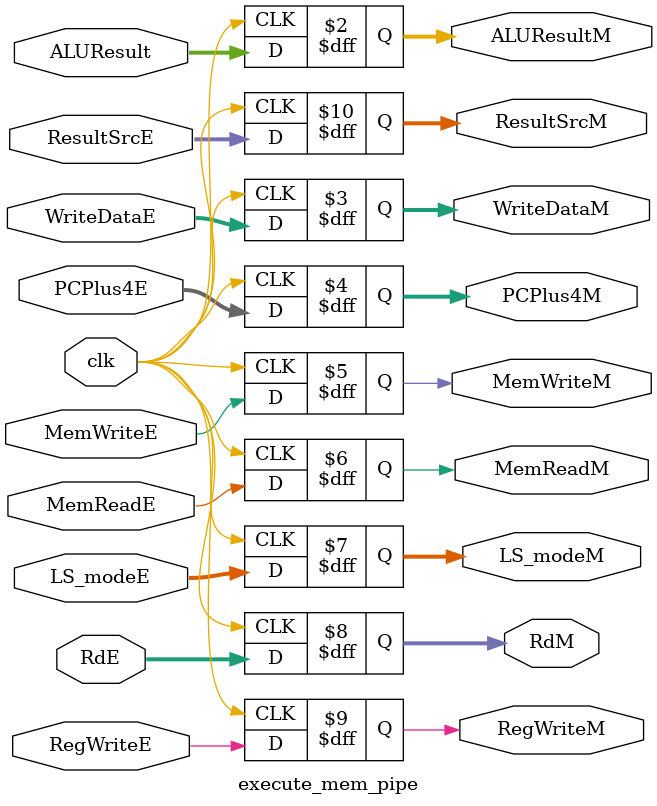
<source format=sv>
module execute_mem_pipe #(
    parameter DATA_WIDTH = 32
)(
    input logic clk,           
 
    input logic [DATA_WIDTH-1:0] ALUResult,  // ALU result
    input logic [DATA_WIDTH-1:0] WriteDataE,  // Write data (for store)
    input logic [DATA_WIDTH-1:0] PCPlus4E,       // Data memory address
    input logic MemWriteE,           // Memory write enable
    input logic MemReadE,            // Memory read enable
    input logic [2:0] LS_modeE,        // Function control
    input logic [4:0] RdE,      // Register destination
    input logic RegWriteE,
    input logic [1:0] ResultSrcE,
 
 
    output logic [DATA_WIDTH-1:0] ALUResultM, // ALU result
    output logic [DATA_WIDTH-1:0] WriteDataM,  // Write data
    output logic [DATA_WIDTH-1:0] PCPlus4M,       // Data memory address
    output logic MemWriteM,           // Memory write enable
    output logic MemReadM,            // Memory read enable
    output logic [2:0] LS_modeM,        // Function control
    output logic [4:0] RdM,      // Register destination
    output logic RegWriteM,
    output logic [1:0] ResultSrcM
);
 
     always_ff @(posedge clk) begin
        ALUResultM <= ALUResult;            
        WriteDataM <= WriteDataE;            
        PCPlus4M <= PCPlus4E;                      
        MemWriteM <= MemWriteE;              
        MemReadM <= MemReadE;                
        LS_modeM <= LS_modeE;                    
        RdM <= RdE;
        RegWriteM <= RegWriteE;
        ResultSrcM <= ResultSrcE;               
 
    
    end
 
endmodule

</source>
